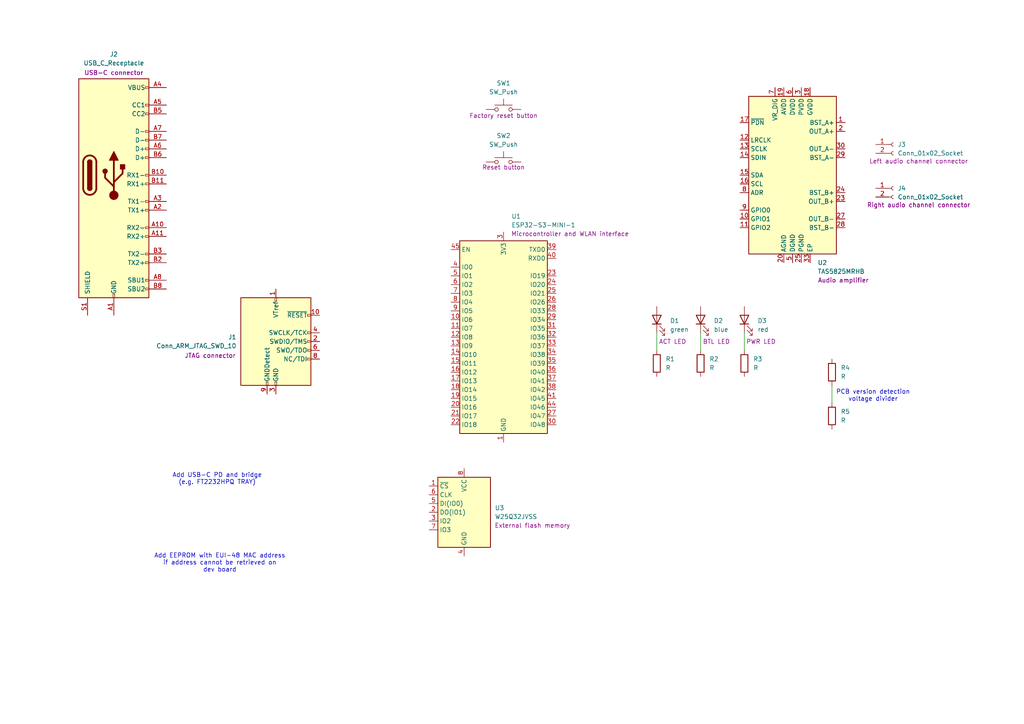
<source format=kicad_sch>
(kicad_sch (version 20231120) (generator "eeschema") (generator_version "8.0")
  (paper "A4")
  (title_block (title "soundbox"))
  (lib_symbols
    (symbol "Amplifier_Audio:TAS5825MRHB"
      (property "Reference" "U" (at -11.43 24.13 0))
      (property "Value" "TAS5825MRHB" (at 13.97 24.13 0))
      (symbol "TAS5825MRHB_0_1"
        (rectangle (start -12.7 22.86) (end 12.7 -22.86) (stroke (width 0.254)) (fill (type background)))
      )
      (symbol "TAS5825MRHB_1_1"
        (pin passive line (at 15.24 15.24 180) (length 2.54) (name "BST_A+") (number "1"))
        (pin bidirectional line (at -15.24 -12.7 0) (length 2.54) (name "GPIO1") (number "10"))
        (pin bidirectional line (at -15.24 -15.24 0) (length 2.54) (name "GPIO2") (number "11"))
        (pin input line (at -15.24 10.16 0) (length 2.54) (name "LRCLK") (number "12"))
        (pin input line (at -15.24 7.62 0) (length 2.54) (name "SCLK") (number "13"))
        (pin input line (at -15.24 5.08 0) (length 2.54) (name "SDIN") (number "14"))
        (pin bidirectional line (at -15.24 0 0) (length 2.54) (name "SDA") (number "15"))
        (pin input line (at -15.24 -2.54 0) (length 2.54) (name "SCL") (number "16"))
        (pin input line (at -15.24 15.24 0) (length 2.54) (name "~{PDN}") (number "17"))
        (pin passive line (at 5.08 25.4 270) (length 2.54) (name "GVDD") (number "18"))
        (pin passive line (at -2.54 25.4 270) (length 2.54) (name "AVDD") (number "19"))
        (pin output line (at 15.24 12.7 180) (length 2.54) (name "OUT_A+") (number "2"))
        (pin power_in line (at -2.54 -25.4 90) (length 2.54) (name "AGND") (number "20"))
        (pin passive line (at 2.54 25.4 270) (length 2.54) hide (name "PVDD") (number "21"))
        (pin passive line (at 2.54 25.4 270) (length 2.54) hide (name "PVDD") (number "22"))
        (pin output line (at 15.24 -7.62 180) (length 2.54) (name "OUT_B+") (number "23"))
        (pin passive line (at 15.24 -5.08 180) (length 2.54) (name "BST_B+") (number "24"))
        (pin power_in line (at 2.54 -25.4 90) (length 2.54) (name "PGND") (number "25"))
        (pin passive line (at 2.54 -25.4 90) (length 2.54) hide (name "PGND") (number "26"))
        (pin output line (at 15.24 -12.7 180) (length 2.54) (name "OUT_B-") (number "27"))
        (pin passive line (at 15.24 -15.24 180) (length 2.54) (name "BST_B-") (number "28"))
        (pin passive line (at 15.24 5.08 180) (length 2.54) (name "BST_A-") (number "29"))
        (pin power_in line (at 2.54 25.4 270) (length 2.54) (name "PVDD") (number "3"))
        (pin output line (at 15.24 7.62 180) (length 2.54) (name "OUT_A-") (number "30"))
        (pin passive line (at 2.54 -25.4 90) (length 2.54) hide (name "PGND") (number "31"))
        (pin passive line (at 2.54 -25.4 90) (length 2.54) hide (name "PGND") (number "32"))
        (pin passive line (at 5.08 -25.4 90) (length 2.54) (name "EP") (number "33"))
        (pin passive line (at 2.54 25.4 270) (length 2.54) hide (name "PVDD") (number "4"))
        (pin power_in line (at 0 -25.4 90) (length 2.54) (name "DGND") (number "5"))
        (pin power_in line (at 0 25.4 270) (length 2.54) (name "DVDD") (number "6"))
        (pin passive line (at -5.08 25.4 270) (length 2.54) (name "VR_DIG") (number "7"))
        (pin passive line (at -15.24 -5.08 0) (length 2.54) (name "ADR") (number "8"))
        (pin bidirectional line (at -15.24 -10.16 0) (length 2.54) (name "GPIO0") (number "9"))
      )
    )
    (symbol "Connector:Conn_01x02_Socket" (pin_names (offset 1.016) hide)
      (property "Reference" "J" (at 0 2.54 0))
      (property "Value" "Conn_01x02_Socket" (at 0 -5.08 0))
      (symbol "Conn_01x02_Socket_1_1"
        (arc (start 0 -2.032) (mid -0.5058 -2.54) (end 0 -3.048) (stroke (width 0.1524)))
        (polyline (pts (xy -1.27 -2.54) (xy -0.508 -2.54)) (stroke (width 0.1524)))
        (polyline (pts (xy -1.27 0) (xy -0.508 0)) (stroke (width 0.1524)))
        (arc (start 0 0.508) (mid -0.5058 0) (end 0 -0.508) (stroke (width 0.1524)))
        (pin passive line (at -5.08 0 0) (length 3.81) (name "Pin_1") (number "1"))
        (pin passive line (at -5.08 -2.54 0) (length 3.81) (name "Pin_2") (number "2"))
      )
    )
    (symbol "Connector:Conn_ARM_JTAG_SWD_10" (pin_names (offset 1.016))
      (property "Reference" "J" (at -2.54 16.51 0))
      (property "Value" "Conn_ARM_JTAG_SWD_10" (at -2.54 13.97 0))
      (symbol "Conn_ARM_JTAG_SWD_10_0_1"
        (rectangle (start -10.16 12.7) (end 10.16 -12.7) (stroke (width 0.254)) (fill (type background)))
        (rectangle (start -2.794 -12.7) (end -2.286 -11.684))
        (rectangle (start -0.254 -12.7) (end 0.254 -11.684))
        (rectangle (start -0.254 12.7) (end 0.254 11.684))
        (rectangle (start 9.144 2.286) (end 10.16 2.794))
        (rectangle (start 10.16 -2.794) (end 9.144 -2.286))
        (rectangle (start 10.16 -0.254) (end 9.144 0.254))
        (rectangle (start 10.16 7.874) (end 9.144 7.366))
      )
      (symbol "Conn_ARM_JTAG_SWD_10_1_1"
        (rectangle (start 9.144 -5.334) (end 10.16 -4.826))
        (pin power_in line (at 0 15.24 270) (length 2.54) (name "VTref") (number "1"))
        (pin open_collector line (at 12.7 7.62 180) (length 2.54) (name "~{RESET}") (number "10"))
        (pin bidirectional line (at 12.7 0 180) (length 2.54) (name "SWDIO/TMS") (number "2"))
        (pin power_in line (at 0 -15.24 90) (length 2.54) (name "GND") (number "3"))
        (pin output line (at 12.7 2.54 180) (length 2.54) (name "SWCLK/TCK") (number "4"))
        (pin passive line (at 0 -15.24 90) (length 2.54) hide (name "GND") (number "5"))
        (pin input line (at 12.7 -2.54 180) (length 2.54) (name "SWO/TDO") (number "6"))
        (pin no_connect line (at -10.16 0 0) (length 2.54) hide (name "KEY") (number "7"))
        (pin output line (at 12.7 -5.08 180) (length 2.54) (name "NC/TDI") (number "8"))
        (pin passive line (at -2.54 -15.24 90) (length 2.54) (name "GNDDetect") (number "9"))
      )
    )
    (symbol "Connector:USB_C_Receptacle" (pin_names (offset 1.016))
      (property "Reference" "J" (at -10.16 29.21 0))
      (property "Value" "USB_C_Receptacle" (at 10.16 29.21 0))
      (symbol "USB_C_Receptacle_0_0"
        (rectangle (start -0.254 -35.56) (end 0.254 -34.544))
        (rectangle (start 10.16 -32.766) (end 9.144 -33.274))
        (rectangle (start 10.16 -30.226) (end 9.144 -30.734))
        (rectangle (start 10.16 -25.146) (end 9.144 -25.654))
        (rectangle (start 10.16 -22.606) (end 9.144 -23.114))
        (rectangle (start 10.16 -17.526) (end 9.144 -18.034))
        (rectangle (start 10.16 -14.986) (end 9.144 -15.494))
        (rectangle (start 10.16 -9.906) (end 9.144 -10.414))
        (rectangle (start 10.16 -7.366) (end 9.144 -7.874))
        (rectangle (start 10.16 -2.286) (end 9.144 -2.794))
        (rectangle (start 10.16 0.254) (end 9.144 -0.254))
        (rectangle (start 10.16 5.334) (end 9.144 4.826))
        (rectangle (start 10.16 7.874) (end 9.144 7.366))
        (rectangle (start 10.16 10.414) (end 9.144 9.906))
        (rectangle (start 10.16 12.954) (end 9.144 12.446))
        (rectangle (start 10.16 18.034) (end 9.144 17.526))
        (rectangle (start 10.16 20.574) (end 9.144 20.066))
        (rectangle (start 10.16 25.654) (end 9.144 25.146))
      )
      (symbol "USB_C_Receptacle_0_1"
        (rectangle (start -10.16 27.94) (end 10.16 -35.56) (stroke (width 0.254)) (fill (type background)))
        (arc (start -8.89 -3.81) (mid -6.985 -5.7067) (end -5.08 -3.81) (stroke (width 0.508)))
        (arc (start -7.62 -3.81) (mid -6.985 -4.4423) (end -6.35 -3.81) (stroke (width 0.254)))
        (arc (start -7.62 -3.81) (mid -6.985 -4.4423) (end -6.35 -3.81) (stroke (width 0.254)) (fill (type outline)))
        (rectangle (start -7.62 -3.81) (end -6.35 3.81) (stroke (width 0.254)) (fill (type outline)))
        (arc (start -6.35 3.81) (mid -6.985 4.4423) (end -7.62 3.81) (stroke (width 0.254)))
        (arc (start -6.35 3.81) (mid -6.985 4.4423) (end -7.62 3.81) (stroke (width 0.254)) (fill (type outline)))
        (arc (start -5.08 3.81) (mid -6.985 5.7067) (end -8.89 3.81) (stroke (width 0.508)))
        (polyline (pts (xy -8.89 -3.81) (xy -8.89 3.81)) (stroke (width 0.508)))
        (polyline (pts (xy -5.08 3.81) (xy -5.08 -3.81)) (stroke (width 0.508)))
      )
      (symbol "USB_C_Receptacle_1_1"
        (circle (center -2.54 1.143) (radius 0.635) (stroke (width 0.254)) (fill (type outline)))
        (circle (center 0 -5.842) (radius 1.27) (fill (type outline)))
        (polyline (pts (xy 0 -5.842) (xy 0 4.318)) (stroke (width 0.508)))
        (polyline (pts (xy 0 -3.302) (xy -2.54 -0.762) (xy -2.54 0.508)) (stroke (width 0.508)))
        (polyline (pts (xy 0 -2.032) (xy 2.54 0.508) (xy 2.54 1.778)) (stroke (width 0.508)))
        (polyline (pts (xy -1.27 4.318) (xy 0 6.858) (xy 1.27 4.318) (xy -1.27 4.318)) (stroke (width 0.254)) (fill (type outline)))
        (rectangle (start 1.905 1.778) (end 3.175 3.048) (stroke (width 0.254)) (fill (type outline)))
        (pin passive line (at 0 -40.64 90) (length 5.08) (name "GND") (number "A1"))
        (pin bidirectional line (at 15.24 -15.24 180) (length 5.08) (name "RX2-") (number "A10"))
        (pin bidirectional line (at 15.24 -17.78 180) (length 5.08) (name "RX2+") (number "A11"))
        (pin passive line (at 0 -40.64 90) (length 5.08) hide (name "GND") (number "A12"))
        (pin bidirectional line (at 15.24 -10.16 180) (length 5.08) (name "TX1+") (number "A2"))
        (pin bidirectional line (at 15.24 -7.62 180) (length 5.08) (name "TX1-") (number "A3"))
        (pin passive line (at 15.24 25.4 180) (length 5.08) (name "VBUS") (number "A4"))
        (pin bidirectional line (at 15.24 20.32 180) (length 5.08) (name "CC1") (number "A5"))
        (pin bidirectional line (at 15.24 7.62 180) (length 5.08) (name "D+") (number "A6"))
        (pin bidirectional line (at 15.24 12.7 180) (length 5.08) (name "D-") (number "A7"))
        (pin bidirectional line (at 15.24 -30.48 180) (length 5.08) (name "SBU1") (number "A8"))
        (pin passive line (at 15.24 25.4 180) (length 5.08) hide (name "VBUS") (number "A9"))
        (pin passive line (at 0 -40.64 90) (length 5.08) hide (name "GND") (number "B1"))
        (pin bidirectional line (at 15.24 0 180) (length 5.08) (name "RX1-") (number "B10"))
        (pin bidirectional line (at 15.24 -2.54 180) (length 5.08) (name "RX1+") (number "B11"))
        (pin passive line (at 0 -40.64 90) (length 5.08) hide (name "GND") (number "B12"))
        (pin bidirectional line (at 15.24 -25.4 180) (length 5.08) (name "TX2+") (number "B2"))
        (pin bidirectional line (at 15.24 -22.86 180) (length 5.08) (name "TX2-") (number "B3"))
        (pin passive line (at 15.24 25.4 180) (length 5.08) hide (name "VBUS") (number "B4"))
        (pin bidirectional line (at 15.24 17.78 180) (length 5.08) (name "CC2") (number "B5"))
        (pin bidirectional line (at 15.24 5.08 180) (length 5.08) (name "D+") (number "B6"))
        (pin bidirectional line (at 15.24 10.16 180) (length 5.08) (name "D-") (number "B7"))
        (pin bidirectional line (at 15.24 -33.02 180) (length 5.08) (name "SBU2") (number "B8"))
        (pin passive line (at 15.24 25.4 180) (length 5.08) hide (name "VBUS") (number "B9"))
        (pin passive line (at -7.62 -40.64 90) (length 5.08) (name "SHIELD") (number "S1"))
      )
    )
    (symbol "Device:LED" (pin_numbers hide) (pin_names (offset 1.016) hide)
      (property "Reference" "D" (at 0 2.54 0))
      (property "Value" "LED" (at 0 -2.54 0))
      (symbol "LED_0_1"
        (polyline (pts (xy -1.27 -1.27) (xy -1.27 1.27)) (stroke (width 0.254)))
        (polyline (pts (xy -1.27 0) (xy 1.27 0)))
        (polyline (pts (xy 1.27 -1.27) (xy 1.27 1.27) (xy -1.27 0) (xy 1.27 -1.27)) (stroke (width 0.254)))
        (polyline (pts (xy -3.048 -0.762) (xy -4.572 -2.286) (xy -3.81 -2.286) (xy -4.572 -2.286) (xy -4.572 -1.524)))
        (polyline (pts (xy -1.778 -0.762) (xy -3.302 -2.286) (xy -2.54 -2.286) (xy -3.302 -2.286) (xy -3.302 -1.524)))
      )
      (symbol "LED_1_1"
        (pin passive line (at -3.81 0 0) (length 2.54) (name "K") (number "1"))
        (pin passive line (at 3.81 0 180) (length 2.54) (name "A") (number "2"))
      )
    )
    (symbol "Device:R" (pin_numbers hide) (pin_names (offset 0))
      (property "Reference" "R" (at 2.032 0 90))
      (property "Value" "R" (at 0 0 90))
      (symbol "R_0_1"
        (rectangle (start -1.016 -2.54) (end 1.016 2.54) (stroke (width 0.254)))
      )
      (symbol "R_1_1"
        (pin passive line (at 0 3.81 270) (length 1.27) (name "~") (number "1"))
        (pin passive line (at 0 -3.81 90) (length 1.27) (name "~") (number "2"))
      )
    )
    (symbol "Memory_Flash:W25Q32JVSS"
      (property "Reference" "U" (at -6.35 11.43 0))
      (property "Value" "W25Q32JVSS" (at 7.62 11.43 0))
      (symbol "W25Q32JVSS_0_1"
        (rectangle (start -7.62 10.16) (end 7.62 -10.16) (stroke (width 0.254)) (fill (type background)))
      )
      (symbol "W25Q32JVSS_1_1"
        (pin input line (at -10.16 7.62 0) (length 2.54) (name "~{CS}") (number "1"))
        (pin bidirectional line (at -10.16 0 0) (length 2.54) (name "DO(IO1)") (number "2"))
        (pin bidirectional line (at -10.16 -2.54 0) (length 2.54) (name "IO2") (number "3"))
        (pin power_in line (at 0 -12.7 90) (length 2.54) (name "GND") (number "4"))
        (pin bidirectional line (at -10.16 2.54 0) (length 2.54) (name "DI(IO0)") (number "5"))
        (pin input line (at -10.16 5.08 0) (length 2.54) (name "CLK") (number "6"))
        (pin bidirectional line (at -10.16 -5.08 0) (length 2.54) (name "IO3") (number "7"))
        (pin power_in line (at 0 12.7 270) (length 2.54) (name "VCC") (number "8"))
      )
    )
    (symbol "RF_Module:ESP32-S3-MINI-1"
      (property "Reference" "U" (at -11.43 29.21 0))
      (property "Value" "ESP32-S3-MINI-1" (at 12.7 29.21 0))
      (symbol "ESP32-S3-MINI-1_0_1"
        (rectangle (start -12.7 27.94) (end 12.7 -27.94) (stroke (width 0.254)) (fill (type background)))
      )
      (symbol "ESP32-S3-MINI-1_1_1"
        (pin power_in line (at 0 -30.48 90) (length 2.54) (name "GND") (number "1"))
        (pin bidirectional line (at -15.24 5.08 0) (length 2.54) (name "IO6") (number "10"))
        (pin bidirectional line (at -15.24 2.54 0) (length 2.54) (name "IO7") (number "11"))
        (pin bidirectional line (at -15.24 0 0) (length 2.54) (name "IO8") (number "12"))
        (pin bidirectional line (at -15.24 -2.54 0) (length 2.54) (name "IO9") (number "13"))
        (pin bidirectional line (at -15.24 -5.08 0) (length 2.54) (name "IO10") (number "14"))
        (pin bidirectional line (at -15.24 -7.62 0) (length 2.54) (name "IO11") (number "15"))
        (pin bidirectional line (at -15.24 -10.16 0) (length 2.54) (name "IO12") (number "16"))
        (pin bidirectional line (at -15.24 -12.7 0) (length 2.54) (name "IO13") (number "17"))
        (pin bidirectional line (at -15.24 -15.24 0) (length 2.54) (name "IO14") (number "18"))
        (pin bidirectional line (at -15.24 -17.78 0) (length 2.54) (name "IO15") (number "19"))
        (pin passive line (at 0 -30.48 90) (length 2.54) hide (name "GND") (number "2"))
        (pin bidirectional line (at -15.24 -20.32 0) (length 2.54) (name "IO16") (number "20"))
        (pin bidirectional line (at -15.24 -22.86 0) (length 2.54) (name "IO17") (number "21"))
        (pin bidirectional line (at -15.24 -25.4 0) (length 2.54) (name "IO18") (number "22"))
        (pin bidirectional line (at 15.24 17.78 180) (length 2.54) (name "IO19") (number "23"))
        (pin bidirectional line (at 15.24 15.24 180) (length 2.54) (name "IO20") (number "24"))
        (pin bidirectional line (at 15.24 12.7 180) (length 2.54) (name "IO21") (number "25"))
        (pin bidirectional line (at 15.24 10.16 180) (length 2.54) (name "IO26") (number "26"))
        (pin bidirectional line (at 15.24 -22.86 180) (length 2.54) (name "IO47") (number "27"))
        (pin bidirectional line (at 15.24 7.62 180) (length 2.54) (name "IO33") (number "28"))
        (pin bidirectional line (at 15.24 5.08 180) (length 2.54) (name "IO34") (number "29"))
        (pin power_in line (at 0 30.48 270) (length 2.54) (name "3V3") (number "3"))
        (pin bidirectional line (at 15.24 -25.4 180) (length 2.54) (name "IO48") (number "30"))
        (pin bidirectional line (at 15.24 2.54 180) (length 2.54) (name "IO35") (number "31"))
        (pin bidirectional line (at 15.24 0 180) (length 2.54) (name "IO36") (number "32"))
        (pin bidirectional line (at 15.24 -2.54 180) (length 2.54) (name "IO37") (number "33"))
        (pin bidirectional line (at 15.24 -5.08 180) (length 2.54) (name "IO38") (number "34"))
        (pin bidirectional line (at 15.24 -7.62 180) (length 2.54) (name "IO39") (number "35"))
        (pin bidirectional line (at 15.24 -10.16 180) (length 2.54) (name "IO40") (number "36"))
        (pin bidirectional line (at 15.24 -12.7 180) (length 2.54) (name "IO41") (number "37"))
        (pin bidirectional line (at 15.24 -15.24 180) (length 2.54) (name "IO42") (number "38"))
        (pin bidirectional line (at 15.24 25.4 180) (length 2.54) (name "TXD0") (number "39"))
        (pin bidirectional line (at -15.24 20.32 0) (length 2.54) (name "IO0") (number "4"))
        (pin bidirectional line (at 15.24 22.86 180) (length 2.54) (name "RXD0") (number "40"))
        (pin bidirectional line (at 15.24 -17.78 180) (length 2.54) (name "IO45") (number "41"))
        (pin passive line (at 0 -30.48 90) (length 2.54) hide (name "GND") (number "42"))
        (pin passive line (at 0 -30.48 90) (length 2.54) hide (name "GND") (number "43"))
        (pin bidirectional line (at 15.24 -20.32 180) (length 2.54) (name "IO46") (number "44"))
        (pin input line (at -15.24 25.4 0) (length 2.54) (name "EN") (number "45"))
        (pin passive line (at 0 -30.48 90) (length 2.54) hide (name "GND") (number "46"))
        (pin passive line (at 0 -30.48 90) (length 2.54) hide (name "GND") (number "47"))
        (pin passive line (at 0 -30.48 90) (length 2.54) hide (name "GND") (number "48"))
        (pin passive line (at 0 -30.48 90) (length 2.54) hide (name "GND") (number "49"))
        (pin bidirectional line (at -15.24 17.78 0) (length 2.54) (name "IO1") (number "5"))
        (pin passive line (at 0 -30.48 90) (length 2.54) hide (name "GND") (number "50"))
        (pin passive line (at 0 -30.48 90) (length 2.54) hide (name "GND") (number "51"))
        (pin passive line (at 0 -30.48 90) (length 2.54) hide (name "GND") (number "52"))
        (pin passive line (at 0 -30.48 90) (length 2.54) hide (name "GND") (number "53"))
        (pin passive line (at 0 -30.48 90) (length 2.54) hide (name "GND") (number "54"))
        (pin passive line (at 0 -30.48 90) (length 2.54) hide (name "GND") (number "55"))
        (pin passive line (at 0 -30.48 90) (length 2.54) hide (name "GND") (number "56"))
        (pin passive line (at 0 -30.48 90) (length 2.54) hide (name "GND") (number "57"))
        (pin passive line (at 0 -30.48 90) (length 2.54) hide (name "GND") (number "58"))
        (pin passive line (at 0 -30.48 90) (length 2.54) hide (name "GND") (number "59"))
        (pin bidirectional line (at -15.24 15.24 0) (length 2.54) (name "IO2") (number "6"))
        (pin passive line (at 0 -30.48 90) (length 2.54) hide (name "GND") (number "60"))
        (pin passive line (at 0 -30.48 90) (length 2.54) hide (name "GND") (number "61"))
        (pin passive line (at 0 -30.48 90) (length 2.54) hide (name "GND") (number "62"))
        (pin passive line (at 0 -30.48 90) (length 2.54) hide (name "GND") (number "63"))
        (pin passive line (at 0 -30.48 90) (length 2.54) hide (name "GND") (number "64"))
        (pin passive line (at 0 -30.48 90) (length 2.54) hide (name "GND") (number "65"))
        (pin bidirectional line (at -15.24 12.7 0) (length 2.54) (name "IO3") (number "7"))
        (pin bidirectional line (at -15.24 10.16 0) (length 2.54) (name "IO4") (number "8"))
        (pin bidirectional line (at -15.24 7.62 0) (length 2.54) (name "IO5") (number "9"))
      )
    )
    (symbol "Switch:SW_Push" (pin_numbers hide) (pin_names (offset 1.016) hide)
      (property "Reference" "SW" (at 1.27 2.54 0))
      (property "Value" "SW_Push" (at 0 -1.524 0))
      (symbol "SW_Push_0_1"
        (circle (center -2.032 0) (radius 0.508))
        (polyline (pts (xy 0 1.27) (xy 0 3.048)))
        (polyline (pts (xy 2.54 1.27) (xy -2.54 1.27)))
        (circle (center 2.032 0) (radius 0.508))
        (pin passive line (at -5.08 0 0) (length 2.54) (name "1") (number "1"))
        (pin passive line (at 5.08 0 180) (length 2.54) (name "2") (number "2"))
      )
    )
  )
  (wire (pts (xy 190.5 96.52) (xy 190.5 101.6)))
  (wire (pts (xy 241.3 111.76) (xy 241.3 116.84)))
  (wire (pts (xy 203.2 96.52) (xy 203.2 101.6)))
  (wire (pts (xy 215.9 96.52) (xy 215.9 101.6)))
  (text "Add EEPROM with EUI-48 MAC address\nif address cannot be retrieved on\ndev board" (at 63.754 163.322 0) (effects (font (size 1.27 1.27))))
  (text "Add USB-C PD and bridge\n(e.g. FT2232HPQ TRAY)" (at 62.992 138.938 0) (effects (font (size 1.27 1.27))))
  (text "PCB version detection\nvoltage divider" (at 253.238 114.808 0) (effects (font (size 1.27 1.27))))
  (symbol (lib_id "RF_Module:ESP32-S3-MINI-1") (at 146.05 97.79 0) (unit 1)
    (property "Reference" "U1" (at 148.336 62.738 0) (effects (justify left)))
    (property "Value" "ESP32-S3-MINI-1" (at 148.336 65.278 0) (effects (justify left)))
    (property "Footprint" "RF_Module:ESP32-S2-MINI-1" (effects (hide yes)))
    (property "Datasheet" "https://www.espressif.com/sites/default/files/documentation/esp32-s3-mini-1_mini-1u_datasheet_en.pdf" (effects (hide yes)))
    (property "Description" "Microcontroller and WLAN interface" (at 165.354 67.818 0))
  )
  (symbol (lib_id "Memory_Flash:W25Q32JVSS") (at 134.62 148.59 0) (unit 1)
    (property "Reference" "U3" (at 143.51 147.3199 0) (effects (justify left)))
    (property "Value" "W25Q32JVSS" (at 143.51 149.8599 0) (effects (justify left)))
    (property "Footprint" "Package_SO:SOIC-8_5.23x5.23mm_P1.27mm" (effects (hide yes)))
    (property "Datasheet" "http://www.winbond.com/resource-files/w25q32jv%20revg%2003272018%20plus.pdf" (effects (hide yes)))
    (property "Description" "External flash memory" (at 154.432 152.4 0))
  )
  (symbol (lib_id "Connector:Conn_ARM_JTAG_SWD_10") (at 80.01 99.06 0) (unit 1)
    (property "Reference" "J1" (at 68.58 97.7899 0) (effects (justify right)))
    (property "Value" "Conn_ARM_JTAG_SWD_10" (at 68.58 100.3299 0) (effects (justify right)))
    (property "Datasheet" "http://infocenter.arm.com/help/topic/com.arm.doc.ddi0314h/DDI0314H_coresight_components_trm.pdf" (effects (hide yes)))
    (property "Description" "JTAG connector" (at 60.96 103.124 0))
  )
  (symbol (lib_id "Switch:SW_Push") (at 146.05 46.99 0) (unit 1)
    (property "Reference" "SW2" (at 146.05 39.37 0))
    (property "Value" "SW_Push" (at 146.05 41.91 0))
    (property "Description" "Reset button" (at 146.05 48.514 0))
  )
  (symbol (lib_id "Connector:Conn_01x02_Socket") (at 259.08 54.61 0) (unit 1)
    (property "Reference" "J4" (at 260.35 54.6099 0) (effects (justify left)))
    (property "Value" "Conn_01x02_Socket" (at 260.35 57.1499 0) (effects (justify left)))
    (property "Description" "Right audio channel connector" (at 266.446 59.436 0))
  )
  (symbol (lib_id "Connector:Conn_01x02_Socket") (at 259.08 41.91 0) (unit 1)
    (property "Reference" "J3" (at 260.35 41.9099 0) (effects (justify left)))
    (property "Value" "Conn_01x02_Socket" (at 260.35 44.4499 0) (effects (justify left)))
    (property "Description" "Left audio channel connector" (at 266.446 46.736 0))
  )
  (symbol (lib_id "Device:R") (at 215.9 105.41 0) (unit 1)
    (property "Reference" "R3" (at 218.44 104.1399 0) (effects (justify left)))
    (property "Value" "R" (at 218.44 106.6799 0) (effects (justify left)))
    (property "Description" "Resistor" (effects (hide yes)))
  )
  (symbol (lib_id "Connector:USB_C_Receptacle") (at 33.02 50.8 0) (unit 1)
    (property "Reference" "J2" (at 33.02 15.748 0))
    (property "Value" "USB_C_Receptacle" (at 33.02 18.288 0))
    (property "Datasheet" "https://www.usb.org/sites/default/files/documents/usb_type-c.zip" (effects (hide yes)))
    (property "Description" "USB-C connector" (at 33.02 21.082 0))
  )
  (symbol (lib_id "Switch:SW_Push") (at 146.05 31.75 0) (unit 1)
    (property "Reference" "SW1" (at 146.05 24.13 0))
    (property "Value" "SW_Push" (at 146.05 26.67 0))
    (property "Description" "Factory reset button" (at 146.05 33.528 0))
  )
  (symbol (lib_id "Device:R") (at 203.2 105.41 0) (unit 1)
    (property "Reference" "R2" (at 205.74 104.1399 0) (effects (justify left)))
    (property "Value" "R" (at 205.74 106.6799 0) (effects (justify left)))
    (property "Description" "Resistor" (effects (hide yes)))
  )
  (symbol (lib_id "Amplifier_Audio:TAS5825MRHB") (at 229.87 50.8 0) (unit 1)
    (property "Reference" "U2" (at 237.1441 76.2 0) (effects (justify left)))
    (property "Value" "TAS5825MRHB" (at 237.1441 78.74 0) (effects (justify left)))
    (property "Footprint" "Package_DFN_QFN:VQFN-32-1EP_5x5mm_P0.5mm_EP3.1x3.1mm" (effects (hide yes)))
    (property "Datasheet" "www.ti.com/lit/ds/symlink/tas5825m.pdf" (effects (hide yes)))
    (property "Description" "Audio amplifier" (at 244.602 81.28 0))
  )
  (symbol (lib_id "Device:R") (at 241.3 120.65 0) (unit 1)
    (property "Reference" "R5" (at 243.84 119.3799 0) (effects (justify left)))
    (property "Value" "R" (at 243.84 121.9199 0) (effects (justify left)))
    (property "Description" "Resistor" (effects (hide yes)))
  )
  (symbol (lib_id "Device:LED") (at 190.5 92.71 90) (unit 1)
    (property "Reference" "D1" (at 194.31 93.0274 90) (effects (justify right)))
    (property "Value" "green" (at 194.31 95.5674 90) (effects (justify right)))
    (property "Description" "ACT LED" (at 195.072 99.06 90))
  )
  (symbol (lib_id "Device:R") (at 241.3 107.95 0) (unit 1)
    (property "Reference" "R4" (at 243.84 106.6799 0) (effects (justify left)))
    (property "Value" "R" (at 243.84 109.2199 0) (effects (justify left)))
    (property "Description" "Resistor" (effects (hide yes)))
  )
  (symbol (lib_id "Device:R") (at 190.5 105.41 0) (unit 1)
    (property "Reference" "R1" (at 193.04 104.1399 0) (effects (justify left)))
    (property "Value" "R" (at 193.04 106.6799 0) (effects (justify left)))
    (property "Description" "Resistor" (effects (hide yes)))
  )
  (symbol (lib_id "Device:LED") (at 215.9 92.71 90) (unit 1)
    (property "Reference" "D3" (at 219.71 93.0274 90) (effects (justify right)))
    (property "Value" "red" (at 219.71 95.5674 90) (effects (justify right)))
    (property "Description" "PWR LED" (at 220.726 99.06 90))
  )
  (symbol (lib_id "Device:LED") (at 203.2 92.71 90) (unit 1)
    (property "Reference" "D2" (at 207.01 93.0274 90) (effects (justify right)))
    (property "Value" "blue" (at 207.01 95.5674 90) (effects (justify right)))
    (property "Description" "BTL LED" (at 207.772 99.06 90))
  )
)
</source>
